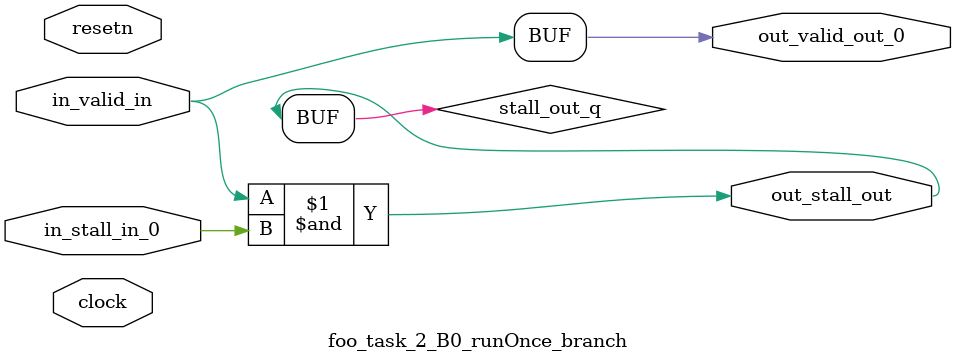
<source format=sv>



(* altera_attribute = "-name AUTO_SHIFT_REGISTER_RECOGNITION OFF; -name MESSAGE_DISABLE 10036; -name MESSAGE_DISABLE 10037; -name MESSAGE_DISABLE 14130; -name MESSAGE_DISABLE 14320; -name MESSAGE_DISABLE 15400; -name MESSAGE_DISABLE 14130; -name MESSAGE_DISABLE 10036; -name MESSAGE_DISABLE 12020; -name MESSAGE_DISABLE 12030; -name MESSAGE_DISABLE 12010; -name MESSAGE_DISABLE 12110; -name MESSAGE_DISABLE 14320; -name MESSAGE_DISABLE 13410; -name MESSAGE_DISABLE 113007; -name MESSAGE_DISABLE 10958" *)
module foo_task_2_B0_runOnce_branch (
    input wire [0:0] in_stall_in_0,
    input wire [0:0] in_valid_in,
    output wire [0:0] out_stall_out,
    output wire [0:0] out_valid_out_0,
    input wire clock,
    input wire resetn
    );

    wire [0:0] stall_out_q;


    // stall_out(LOGICAL,6)
    assign stall_out_q = in_valid_in & in_stall_in_0;

    // out_stall_out(GPOUT,4)
    assign out_stall_out = stall_out_q;

    // out_valid_out_0(GPOUT,5)
    assign out_valid_out_0 = in_valid_in;

endmodule

</source>
